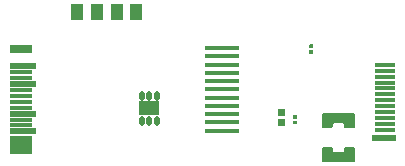
<source format=gbp>
G04 Layer: BottomPasteMaskLayer*
G04 EasyEDA Pro v2.2.20.11, 2024-05-07 19:26:09*
G04 Gerber Generator version 0.3*
G04 Scale: 100 percent, Rotated: No, Reflected: No*
G04 Dimensions in millimeters*
G04 Leading zeros omitted, absolute positions, 3 integers and 5 decimals*
%FSLAX35Y35*%
%MOMM*%
%AMPolygonMacro1*4,1,4,0.508,0.69999,-0.508,0.69999,-0.508,-0.69999,0.508,-0.69999,0.508,0.69999,0*%
%ADD10PolygonMacro1*%
%ADD11R,1.016X1.4*%
%ADD12R,1.016X1.4*%
%ADD13R,2.99999X0.4*%
%ADD14R,2.0X0.6*%
%ADD15R,1.8X0.3*%
%ADD16O,0.56721X0.81021*%
%ADD17R,1.8032X1.2032*%
%ADD18R,2.2032X0.6032*%
%ADD19R,1.9032X0.45321*%
%ADD20R,1.9032X0.45321*%
%ADD21R,2.2032X0.6032*%
%ADD22R,1.9032X0.8032*%
%ADD23R,1.9032X1.5032*%
G75*


G04 PolygonModel Start*
G36*
G01X4632721Y9756917D02*
G01X4660321Y9756917D01*
G01X4662721Y9759318D01*
G01X4662721Y9785731D01*
G01X4660321Y9788129D01*
G01X4632721Y9788129D01*
G01X4630321Y9785731D01*
G01X4630321Y9759318D01*
G01X4632721Y9756917D01*
G37*
G36*
G01X4632721Y9740717D02*
G01X4660321Y9740717D01*
G01X4662721Y9738317D01*
G01X4662721Y9711903D01*
G01X4660321Y9709506D01*
G01X4632721Y9709506D01*
G01X4630321Y9711903D01*
G01X4630321Y9738317D01*
G01X4632721Y9740717D01*
G37*
G36*
G01X4520321Y9140718D02*
G01X4492722Y9140718D01*
G01X4490321Y9138318D01*
G01X4490321Y9111905D01*
G01X4492722Y9109507D01*
G01X4520321Y9109507D01*
G01X4522721Y9111905D01*
G01X4522721Y9138318D01*
G01X4520321Y9140718D01*
G37*
G36*
G01X4520321Y9156918D02*
G01X4492722Y9156918D01*
G01X4490321Y9159319D01*
G01X4490321Y9185732D01*
G01X4492722Y9188130D01*
G01X4520321Y9188130D01*
G01X4522721Y9185732D01*
G01X4522721Y9159319D01*
G01X4520321Y9156918D01*
G37*
G36*
G01X4373522Y9182318D02*
G01X4419521Y9182318D01*
G01X4423522Y9186319D01*
G01X4423522Y9236382D01*
G01X4419521Y9240383D01*
G01X4373522Y9240383D01*
G01X4369521Y9236382D01*
G01X4369521Y9186319D01*
G01X4373522Y9182318D01*
G37*
G36*
G01X4373522Y9155318D02*
G01X4419521Y9155318D01*
G01X4423522Y9151318D01*
G01X4423522Y9101254D01*
G01X4419521Y9097254D01*
G01X4373522Y9097254D01*
G01X4369521Y9101254D01*
G01X4369521Y9151318D01*
G01X4373522Y9155318D01*
G37*
G36*
G01X4746120Y9078819D02*
G01X4818784Y9078819D01*
G01X4828784Y9088819D01*
G01X4828784Y9112425D01*
G01X4838784Y9122425D01*
G01X4914257Y9122425D01*
G01X4924257Y9112425D01*
G01X4924257Y9088819D01*
G01X4934257Y9078819D01*
G01X5006922Y9078819D01*
G01X5016922Y9088819D01*
G01X5016922Y9197071D01*
G01X5006922Y9207071D01*
G01X4746120Y9207071D01*
G01X4736120Y9197071D01*
G01X4736120Y9088819D01*
G01X4746120Y9078819D01*
G37*
G36*
G01X4746120Y8918819D02*
G01X4818784Y8918819D01*
G01X4828784Y8908819D01*
G01X4828784Y8885212D01*
G01X4838784Y8875212D01*
G01X4914257Y8875212D01*
G01X4924257Y8885212D01*
G01X4924257Y8908819D01*
G01X4934257Y8918819D01*
G01X5006922Y8918819D01*
G01X5016922Y8908819D01*
G01X5016922Y8800567D01*
G01X5006922Y8790567D01*
G01X4746120Y8790567D01*
G01X4736120Y8800567D01*
G01X4736120Y8908819D01*
G01X4746120Y8918819D01*
G37*

G04 Pad Start*
G54D10*
G01X2666525Y10058815D03*
G54D11*
G01X2831516Y10058832D03*
G01X3001518Y10058832D03*
G54D12*
G01X3166516Y10058832D03*
G54D13*
G01X3891534Y9756318D03*
G01X3891534Y9616313D03*
G01X3891559Y9546336D03*
G01X3891559Y9686290D03*
G01X3891534Y9476308D03*
G01X3891534Y9406331D03*
G01X3891534Y9336329D03*
G01X3891559Y9266428D03*
G01X3891559Y9196324D03*
G01X3891559Y9126220D03*
G01X3891559Y9056370D03*
G54D14*
G01X5262728Y8993657D03*
G54D15*
G01X5272786Y9613570D03*
G01X5272786Y9563659D03*
G01X5272786Y9513748D03*
G01X5272786Y9463710D03*
G01X5272786Y9413672D03*
G01X5272786Y9363634D03*
G01X5272786Y9313596D03*
G01X5272786Y9263558D03*
G01X5272786Y9213774D03*
G01X5272786Y9163736D03*
G01X5272786Y9113698D03*
G01X5272786Y9063660D03*
G54D16*
G01X3341599Y9142118D03*
G01X3276600Y9142118D03*
G01X3211601Y9142118D03*
G01X3211601Y9347807D03*
G01X3276600Y9347807D03*
G01X3341599Y9347807D03*
G54D17*
G01X3276600Y9244962D03*
G54D18*
G01X2204161Y9050122D03*
G54D19*
G01X2189175Y9100134D03*
G01X2189175Y9150147D03*
G54D18*
G01X2204187Y9200134D03*
G54D19*
G01X2189175Y9250147D03*
G01X2189175Y9300134D03*
G54D20*
G01X2189201Y9350146D03*
G01X2189201Y9400159D03*
G54D21*
G01X2204212Y9450146D03*
G54D20*
G01X2189201Y9500159D03*
G01X2189201Y9550171D03*
G54D21*
G01X2204212Y9600159D03*
G54D22*
G01X2190013Y9745320D03*
G54D23*
G01X2190013Y8938311D03*
G04 Pad End*

M02*


</source>
